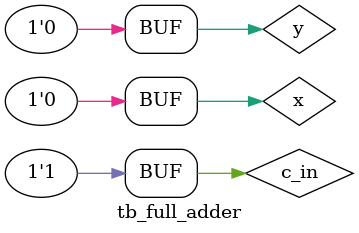
<source format=v>
`timescale 1ns/1ns
module tb_full_adder();
  reg x, y, c_in;
  wire s_out, c_out;
  
  full_adder u0(x, y, c_in, s_out, c_out);
  
  initial
  begin
    x = 0; y = 0; c_in = 0;
    #100; x = 0; y = 1; c_in = 0;
    #100; x = 1; y = 0; c_in = 0;
    #100; x = 1; y = 1; c_in = 0;
    #100; x = 0; y = 0; c_in = 1;
  end
endmodule
</source>
